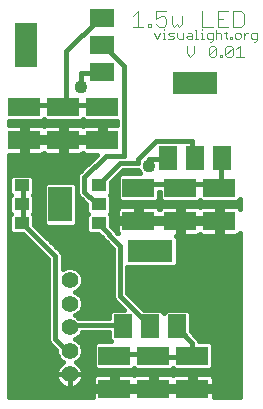
<source format=gtl>
G75*
G70*
%OFA0B0*%
%FSLAX24Y24*%
%IPPOS*%
%LPD*%
%AMOC8*
5,1,8,0,0,1.08239X$1,22.5*
%
%ADD10C,0.0040*%
%ADD11C,0.0030*%
%ADD12R,0.0760X0.1500*%
%ADD13R,0.0790X0.0590*%
%ADD14R,0.1500X0.0760*%
%ADD15R,0.0590X0.0790*%
%ADD16C,0.0555*%
%ADD17R,0.1063X0.0630*%
%ADD18R,0.0512X0.0394*%
%ADD19R,0.0787X0.1181*%
%ADD20C,0.0160*%
%ADD21C,0.0436*%
D10*
X005070Y012700D02*
X005417Y012700D01*
X005586Y012700D02*
X005672Y012700D01*
X005672Y012787D01*
X005586Y012787D01*
X005586Y012700D01*
X005843Y012787D02*
X005930Y012700D01*
X006104Y012700D01*
X006190Y012787D01*
X006190Y012960D01*
X006104Y013047D01*
X006017Y013047D01*
X005843Y012960D01*
X005843Y013220D01*
X006190Y013220D01*
X006359Y013047D02*
X006359Y012787D01*
X006446Y012700D01*
X006533Y012787D01*
X006619Y012700D01*
X006706Y012787D01*
X006706Y013047D01*
X007390Y013220D02*
X007390Y012700D01*
X007737Y012700D01*
X007906Y012700D02*
X008253Y012700D01*
X008422Y012700D02*
X008682Y012700D01*
X008769Y012787D01*
X008769Y013134D01*
X008682Y013220D01*
X008422Y013220D01*
X008422Y012700D01*
X008079Y012960D02*
X007906Y012960D01*
X007906Y013220D02*
X007906Y012700D01*
X007906Y013220D02*
X008253Y013220D01*
X005243Y013220D02*
X005243Y012700D01*
X005070Y013047D02*
X005243Y013220D01*
D11*
X005765Y012488D02*
X005862Y012295D01*
X005958Y012488D01*
X006060Y012488D02*
X006108Y012488D01*
X006108Y012295D01*
X006060Y012295D02*
X006156Y012295D01*
X006256Y012295D02*
X006401Y012295D01*
X006450Y012343D01*
X006401Y012392D01*
X006304Y012392D01*
X006256Y012440D01*
X006304Y012488D01*
X006450Y012488D01*
X006551Y012488D02*
X006551Y012343D01*
X006599Y012295D01*
X006744Y012295D01*
X006744Y012488D01*
X006845Y012343D02*
X006894Y012392D01*
X007039Y012392D01*
X007039Y012440D02*
X007039Y012295D01*
X006894Y012295D01*
X006845Y012343D01*
X006894Y012488D02*
X006991Y012488D01*
X007039Y012440D01*
X007140Y012295D02*
X007237Y012295D01*
X007188Y012295D02*
X007188Y012585D01*
X007140Y012585D01*
X007336Y012488D02*
X007385Y012488D01*
X007385Y012295D01*
X007433Y012295D02*
X007336Y012295D01*
X007533Y012343D02*
X007581Y012295D01*
X007726Y012295D01*
X007726Y012247D02*
X007726Y012488D01*
X007581Y012488D01*
X007533Y012440D01*
X007533Y012343D01*
X007630Y012198D02*
X007678Y012198D01*
X007726Y012247D01*
X007828Y012295D02*
X007828Y012585D01*
X007876Y012488D02*
X007828Y012440D01*
X007876Y012488D02*
X007973Y012488D01*
X008021Y012440D01*
X008021Y012295D01*
X008122Y012488D02*
X008219Y012488D01*
X008171Y012537D02*
X008171Y012343D01*
X008219Y012295D01*
X008319Y012295D02*
X008367Y012295D01*
X008367Y012343D01*
X008319Y012343D01*
X008319Y012295D01*
X008466Y012343D02*
X008514Y012295D01*
X008611Y012295D01*
X008659Y012343D01*
X008659Y012440D01*
X008611Y012488D01*
X008514Y012488D01*
X008466Y012440D01*
X008466Y012343D01*
X008339Y012065D02*
X008401Y012004D01*
X008154Y011757D01*
X008216Y011695D01*
X008339Y011695D01*
X008401Y011757D01*
X008401Y012004D01*
X008339Y012065D02*
X008216Y012065D01*
X008154Y012004D01*
X008154Y011757D01*
X008032Y011757D02*
X008032Y011695D01*
X007970Y011695D01*
X007970Y011757D01*
X008032Y011757D01*
X007849Y011757D02*
X007849Y012004D01*
X007602Y011757D01*
X007663Y011695D01*
X007787Y011695D01*
X007849Y011757D01*
X007849Y012004D02*
X007787Y012065D01*
X007663Y012065D01*
X007602Y012004D01*
X007602Y011757D01*
X007112Y011818D02*
X007112Y012065D01*
X007112Y011818D02*
X006988Y011695D01*
X006865Y011818D01*
X006865Y012065D01*
X007385Y012585D02*
X007385Y012634D01*
X008522Y011942D02*
X008646Y012065D01*
X008646Y011695D01*
X008769Y011695D02*
X008522Y011695D01*
X008761Y012295D02*
X008761Y012488D01*
X008761Y012392D02*
X008857Y012488D01*
X008906Y012488D01*
X009006Y012440D02*
X009006Y012343D01*
X009055Y012295D01*
X009200Y012295D01*
X009200Y012247D02*
X009200Y012488D01*
X009055Y012488D01*
X009006Y012440D01*
X009200Y012247D02*
X009151Y012198D01*
X009103Y012198D01*
X006108Y012585D02*
X006108Y012634D01*
D12*
X001500Y012080D03*
D13*
X004024Y012080D03*
X004024Y011174D03*
X004024Y012986D03*
D14*
X007150Y010830D03*
X005650Y005230D03*
D15*
X005650Y002706D03*
X004744Y002706D03*
X006556Y002706D03*
X006244Y008306D03*
X007150Y008306D03*
X008056Y008306D03*
D16*
X002959Y004255D03*
X002959Y003467D03*
X002959Y002680D03*
X002959Y001893D03*
X002959Y001105D03*
D17*
X004450Y000629D03*
X004450Y001731D03*
X005750Y001731D03*
X005750Y000629D03*
X007050Y000629D03*
X007050Y001731D03*
X006650Y006229D03*
X006650Y007331D03*
X007950Y007331D03*
X007950Y006229D03*
X005250Y006229D03*
X005250Y007331D03*
X004050Y008929D03*
X004050Y010031D03*
X002750Y010031D03*
X002750Y008929D03*
X001450Y008929D03*
X001450Y010031D03*
D18*
X001370Y007410D03*
X001370Y006780D03*
X001370Y006150D03*
X003930Y006150D03*
X003930Y006780D03*
X003930Y007410D03*
D19*
X002650Y006780D03*
D20*
X000930Y008434D02*
X000930Y000360D01*
X003739Y000360D01*
X003739Y000551D01*
X004373Y000551D01*
X004373Y000706D01*
X004373Y001124D01*
X003895Y001124D01*
X003849Y001112D01*
X003808Y001088D01*
X003774Y001054D01*
X003751Y001013D01*
X003739Y000967D01*
X003739Y000706D01*
X004373Y000706D01*
X004527Y000706D01*
X004527Y001124D01*
X005005Y001124D01*
X005051Y001112D01*
X005092Y001088D01*
X005100Y001080D01*
X005108Y001088D01*
X005149Y001112D01*
X005195Y001124D01*
X005673Y001124D01*
X005673Y000706D01*
X005827Y000706D01*
X005827Y001124D01*
X006305Y001124D01*
X006351Y001112D01*
X006392Y001088D01*
X006400Y001080D01*
X006408Y001088D01*
X006449Y001112D01*
X006495Y001124D01*
X006973Y001124D01*
X006973Y000706D01*
X007127Y000706D01*
X007127Y001124D01*
X007605Y001124D01*
X007651Y001112D01*
X007692Y001088D01*
X007726Y001054D01*
X007749Y001013D01*
X007761Y000967D01*
X007761Y000706D01*
X007127Y000706D01*
X007127Y000551D01*
X007761Y000551D01*
X007761Y000360D01*
X008640Y000360D01*
X008640Y005829D01*
X008626Y005803D01*
X008592Y005770D01*
X008551Y005746D01*
X008505Y005734D01*
X008027Y005734D01*
X008027Y006151D01*
X007873Y006151D01*
X007873Y005734D01*
X007395Y005734D01*
X007349Y005746D01*
X007308Y005770D01*
X007300Y005778D01*
X007292Y005770D01*
X007251Y005746D01*
X007205Y005734D01*
X006727Y005734D01*
X006727Y006151D01*
X006573Y006151D01*
X006573Y005734D01*
X006502Y005734D01*
X006560Y005676D01*
X006560Y004784D01*
X006466Y004690D01*
X004890Y004690D01*
X004890Y003819D01*
X005448Y003261D01*
X006011Y003261D01*
X006103Y003170D01*
X006194Y003261D01*
X006917Y003261D01*
X007011Y003168D01*
X007011Y002539D01*
X007186Y002363D01*
X007253Y002296D01*
X007290Y002208D01*
X007290Y002206D01*
X007648Y002206D01*
X007741Y002112D01*
X007741Y001350D01*
X007648Y001256D01*
X006452Y001256D01*
X006400Y001308D01*
X006348Y001256D01*
X005152Y001256D01*
X005100Y001308D01*
X005048Y001256D01*
X003852Y001256D01*
X003759Y001350D01*
X003759Y002112D01*
X003852Y002206D01*
X004328Y002206D01*
X004289Y002245D01*
X004289Y002520D01*
X003366Y002520D01*
X003330Y002432D01*
X003206Y002309D01*
X003151Y002286D01*
X003206Y002263D01*
X003330Y002140D01*
X003396Y001980D01*
X003396Y001806D01*
X003330Y001645D01*
X003206Y001522D01*
X003175Y001509D01*
X003198Y001496D01*
X003257Y001454D01*
X003308Y001403D01*
X003350Y001345D01*
X003383Y001281D01*
X003405Y001212D01*
X003416Y001141D01*
X003416Y001105D01*
X002959Y001105D01*
X002959Y001105D01*
X002959Y000648D01*
X002995Y000648D01*
X003066Y000659D01*
X003134Y000681D01*
X003198Y000714D01*
X003257Y000756D01*
X003308Y000807D01*
X003350Y000865D01*
X003383Y000930D01*
X003405Y000998D01*
X003416Y001069D01*
X003416Y001105D01*
X002959Y001105D01*
X002959Y001105D01*
X002959Y000648D01*
X002923Y000648D01*
X002852Y000659D01*
X002783Y000681D01*
X002719Y000714D01*
X002661Y000756D01*
X002610Y000807D01*
X002567Y000865D01*
X002535Y000930D01*
X002512Y000998D01*
X002501Y001069D01*
X002501Y001105D01*
X002959Y001105D01*
X002959Y001105D01*
X002501Y001105D01*
X002501Y001141D01*
X002512Y001212D01*
X002535Y001281D01*
X002567Y001345D01*
X002610Y001403D01*
X002661Y001454D01*
X002719Y001496D01*
X002743Y001509D01*
X002711Y001522D01*
X002588Y001645D01*
X002521Y001806D01*
X002521Y001909D01*
X002287Y002144D01*
X002250Y002232D01*
X002250Y004941D01*
X001397Y005793D01*
X001048Y005793D01*
X000955Y005887D01*
X000955Y006413D01*
X001006Y006465D01*
X000955Y006517D01*
X000955Y007043D01*
X001006Y007095D01*
X000955Y007147D01*
X000955Y007673D01*
X001048Y007767D01*
X001693Y007767D01*
X001786Y007673D01*
X001786Y007147D01*
X001735Y007095D01*
X001786Y007043D01*
X001786Y006517D01*
X001735Y006465D01*
X001786Y006413D01*
X001786Y006083D01*
X002626Y005243D01*
X002693Y005176D01*
X002730Y005088D01*
X002730Y004634D01*
X002872Y004692D01*
X003046Y004692D01*
X003206Y004626D01*
X003330Y004503D01*
X003396Y004342D01*
X003396Y004168D01*
X003330Y004007D01*
X003206Y003884D01*
X003151Y003861D01*
X003206Y003838D01*
X003330Y003715D01*
X003396Y003554D01*
X003396Y003380D01*
X003330Y003220D01*
X003206Y003097D01*
X003151Y003074D01*
X003206Y003051D01*
X003257Y003000D01*
X004289Y003000D01*
X004289Y003168D01*
X004383Y003261D01*
X004769Y003261D01*
X004447Y003584D01*
X004410Y003672D01*
X004410Y005301D01*
X003917Y005793D01*
X003607Y005793D01*
X003514Y005887D01*
X003514Y006413D01*
X003565Y006465D01*
X003514Y006517D01*
X003514Y006797D01*
X003314Y006997D01*
X003247Y007064D01*
X003210Y007152D01*
X003210Y007728D01*
X003247Y007816D01*
X003864Y008434D01*
X003495Y008434D01*
X003449Y008446D01*
X003408Y008470D01*
X003400Y008478D01*
X003392Y008470D01*
X003351Y008446D01*
X003305Y008434D01*
X002827Y008434D01*
X002827Y008851D01*
X002673Y008851D01*
X002673Y008434D01*
X002195Y008434D01*
X002149Y008446D01*
X002108Y008470D01*
X002100Y008478D01*
X002092Y008470D01*
X002051Y008446D01*
X002005Y008434D01*
X001527Y008434D01*
X001527Y008851D01*
X001373Y008851D01*
X001373Y008434D01*
X000930Y008434D01*
X000930Y008372D02*
X003802Y008372D01*
X003644Y008213D02*
X000930Y008213D01*
X000930Y008055D02*
X003485Y008055D01*
X003327Y007896D02*
X000930Y007896D01*
X000930Y007738D02*
X001019Y007738D01*
X000955Y007579D02*
X000930Y007579D01*
X000930Y007421D02*
X000955Y007421D01*
X000955Y007262D02*
X000930Y007262D01*
X000930Y007104D02*
X000998Y007104D01*
X000955Y006945D02*
X000930Y006945D01*
X000930Y006787D02*
X000955Y006787D01*
X000955Y006628D02*
X000930Y006628D01*
X000930Y006470D02*
X001002Y006470D01*
X000955Y006311D02*
X000930Y006311D01*
X000930Y006153D02*
X000955Y006153D01*
X000955Y005994D02*
X000930Y005994D01*
X000930Y005836D02*
X001006Y005836D01*
X000930Y005677D02*
X001514Y005677D01*
X001672Y005519D02*
X000930Y005519D01*
X000930Y005360D02*
X001831Y005360D01*
X001989Y005202D02*
X000930Y005202D01*
X000930Y005043D02*
X002148Y005043D01*
X002250Y004885D02*
X000930Y004885D01*
X000930Y004726D02*
X002250Y004726D01*
X002250Y004568D02*
X000930Y004568D01*
X000930Y004409D02*
X002250Y004409D01*
X002250Y004251D02*
X000930Y004251D01*
X000930Y004092D02*
X002250Y004092D01*
X002250Y003934D02*
X000930Y003934D01*
X000930Y003775D02*
X002250Y003775D01*
X002250Y003617D02*
X000930Y003617D01*
X000930Y003458D02*
X002250Y003458D01*
X002250Y003300D02*
X000930Y003300D01*
X000930Y003141D02*
X002250Y003141D01*
X002250Y002983D02*
X000930Y002983D01*
X000930Y002824D02*
X002250Y002824D01*
X002250Y002666D02*
X000930Y002666D01*
X000930Y002507D02*
X002250Y002507D01*
X002250Y002349D02*
X000930Y002349D01*
X000930Y002190D02*
X002267Y002190D01*
X002399Y002032D02*
X000930Y002032D01*
X000930Y001873D02*
X002521Y001873D01*
X002559Y001715D02*
X000930Y001715D01*
X000930Y001556D02*
X002677Y001556D01*
X002606Y001398D02*
X000930Y001398D01*
X000930Y001239D02*
X002521Y001239D01*
X002501Y001081D02*
X000930Y001081D01*
X000930Y000922D02*
X002539Y000922D01*
X002653Y000764D02*
X000930Y000764D01*
X000930Y000605D02*
X004373Y000605D01*
X004373Y000764D02*
X004527Y000764D01*
X004527Y000706D02*
X005039Y000706D01*
X005673Y000706D01*
X005673Y000551D01*
X004527Y000551D01*
X004527Y000706D01*
X004527Y000605D02*
X005673Y000605D01*
X005673Y000764D02*
X005827Y000764D01*
X005827Y000706D02*
X006461Y000706D01*
X006973Y000706D01*
X006973Y000551D01*
X005827Y000551D01*
X005827Y000706D01*
X005827Y000605D02*
X006973Y000605D01*
X007127Y000605D02*
X008640Y000605D01*
X008640Y000447D02*
X007761Y000447D01*
X007761Y000764D02*
X008640Y000764D01*
X008640Y000922D02*
X007761Y000922D01*
X007699Y001081D02*
X008640Y001081D01*
X008640Y001239D02*
X003396Y001239D01*
X003312Y001398D02*
X003759Y001398D01*
X003759Y001556D02*
X003241Y001556D01*
X003358Y001715D02*
X003759Y001715D01*
X003759Y001873D02*
X003396Y001873D01*
X003375Y002032D02*
X003759Y002032D01*
X003836Y002190D02*
X003280Y002190D01*
X003246Y002349D02*
X004289Y002349D01*
X004289Y002507D02*
X003361Y002507D01*
X003251Y003141D02*
X004289Y003141D01*
X004573Y003458D02*
X003396Y003458D01*
X003370Y003617D02*
X004433Y003617D01*
X004410Y003775D02*
X003270Y003775D01*
X003256Y003934D02*
X004410Y003934D01*
X004410Y004092D02*
X003365Y004092D01*
X003396Y004251D02*
X004410Y004251D01*
X004410Y004409D02*
X003368Y004409D01*
X003265Y004568D02*
X004410Y004568D01*
X004410Y004726D02*
X002730Y004726D01*
X002730Y004885D02*
X004410Y004885D01*
X004410Y005043D02*
X002730Y005043D01*
X002668Y005202D02*
X004410Y005202D01*
X004351Y005360D02*
X002509Y005360D01*
X002351Y005519D02*
X004192Y005519D01*
X004034Y005677D02*
X002192Y005677D01*
X002034Y005836D02*
X003565Y005836D01*
X003514Y005994D02*
X001875Y005994D01*
X001786Y006153D02*
X002096Y006153D01*
X002096Y006123D02*
X002190Y006029D01*
X003110Y006029D01*
X003204Y006123D01*
X003204Y007437D01*
X003110Y007531D01*
X002190Y007531D01*
X002096Y007437D01*
X002096Y006123D01*
X002096Y006311D02*
X001786Y006311D01*
X001739Y006470D02*
X002096Y006470D01*
X002096Y006628D02*
X001786Y006628D01*
X001786Y006787D02*
X002096Y006787D01*
X002096Y006945D02*
X001786Y006945D01*
X001743Y007104D02*
X002096Y007104D01*
X002096Y007262D02*
X001786Y007262D01*
X001786Y007421D02*
X002096Y007421D01*
X001786Y007579D02*
X003210Y007579D01*
X003214Y007738D02*
X001722Y007738D01*
X001370Y007410D02*
X001410Y007320D01*
X001410Y006840D01*
X001370Y006780D01*
X001410Y006720D01*
X001410Y006240D01*
X001370Y006150D01*
X001410Y006120D01*
X002490Y005040D01*
X002490Y002280D01*
X002850Y001920D01*
X002959Y001893D01*
X002959Y002680D02*
X002970Y002760D01*
X004650Y002760D01*
X004744Y002706D01*
X004731Y003300D02*
X003363Y003300D01*
X004530Y001800D02*
X004450Y001731D01*
X004530Y001800D02*
X005730Y001800D01*
X005750Y001731D01*
X005850Y001680D01*
X007050Y001680D01*
X007050Y001731D01*
X007050Y002160D01*
X006570Y002640D01*
X006556Y002706D01*
X007011Y002666D02*
X008640Y002666D01*
X008640Y002824D02*
X007011Y002824D01*
X007011Y002983D02*
X008640Y002983D01*
X008640Y003141D02*
X007011Y003141D01*
X007042Y002507D02*
X008640Y002507D01*
X008640Y002349D02*
X007201Y002349D01*
X007664Y002190D02*
X008640Y002190D01*
X008640Y002032D02*
X007741Y002032D01*
X007741Y001873D02*
X008640Y001873D01*
X008640Y001715D02*
X007741Y001715D01*
X007741Y001556D02*
X008640Y001556D01*
X008640Y001398D02*
X007741Y001398D01*
X007127Y001081D02*
X006973Y001081D01*
X006973Y000922D02*
X007127Y000922D01*
X007127Y000764D02*
X006973Y000764D01*
X006401Y001081D02*
X006399Y001081D01*
X005827Y001081D02*
X005673Y001081D01*
X005673Y000922D02*
X005827Y000922D01*
X005101Y001081D02*
X005099Y001081D01*
X004527Y001081D02*
X004373Y001081D01*
X004373Y000922D02*
X004527Y000922D01*
X003801Y001081D02*
X003416Y001081D01*
X003379Y000922D02*
X003739Y000922D01*
X003739Y000764D02*
X003264Y000764D01*
X002959Y000764D02*
X002959Y000764D01*
X002959Y000922D02*
X002959Y000922D01*
X002959Y001081D02*
X002959Y001081D01*
X003739Y000447D02*
X000930Y000447D01*
X004559Y005831D02*
X004345Y006044D01*
X004345Y006413D01*
X004294Y006465D01*
X004345Y006517D01*
X004345Y007043D01*
X004294Y007095D01*
X004345Y007147D01*
X004345Y007516D01*
X004749Y007920D01*
X005250Y007920D01*
X005289Y007826D01*
X005309Y007806D01*
X004652Y007806D01*
X004559Y007712D01*
X004559Y006950D01*
X004652Y006856D01*
X005848Y006856D01*
X005941Y006950D01*
X005941Y007200D01*
X005959Y007200D01*
X005959Y006950D01*
X006052Y006856D01*
X007248Y006856D01*
X007300Y006908D01*
X007352Y006856D01*
X008548Y006856D01*
X008640Y006949D01*
X008640Y006629D01*
X008626Y006654D01*
X008592Y006688D01*
X008551Y006712D01*
X008505Y006724D01*
X008027Y006724D01*
X008027Y006306D01*
X007873Y006306D01*
X007873Y006724D01*
X007395Y006724D01*
X007349Y006712D01*
X007308Y006688D01*
X007300Y006680D01*
X007292Y006688D01*
X007251Y006712D01*
X007205Y006724D01*
X006727Y006724D01*
X006727Y006306D01*
X006573Y006306D01*
X006573Y006724D01*
X006095Y006724D01*
X006049Y006712D01*
X006008Y006688D01*
X005974Y006654D01*
X005951Y006613D01*
X005950Y006610D01*
X005949Y006613D01*
X005926Y006654D01*
X005892Y006688D01*
X005851Y006712D01*
X005805Y006724D01*
X005327Y006724D01*
X005327Y006306D01*
X005173Y006306D01*
X005173Y006724D01*
X004695Y006724D01*
X004649Y006712D01*
X004608Y006688D01*
X004574Y006654D01*
X004551Y006613D01*
X004539Y006567D01*
X004539Y006306D01*
X005173Y006306D01*
X005173Y006151D01*
X004539Y006151D01*
X004539Y005890D01*
X004551Y005844D01*
X004559Y005831D01*
X004556Y005836D02*
X004554Y005836D01*
X004539Y005994D02*
X004395Y005994D01*
X004345Y006153D02*
X005173Y006153D01*
X005327Y006153D02*
X006573Y006153D01*
X006573Y006151D02*
X005327Y006151D01*
X005327Y006306D01*
X005961Y006306D01*
X006573Y006306D01*
X006573Y006151D01*
X006573Y005994D02*
X006727Y005994D01*
X006727Y006151D02*
X006727Y006306D01*
X007239Y006306D01*
X007873Y006306D01*
X007873Y006151D01*
X006727Y006151D01*
X006727Y006153D02*
X007873Y006153D01*
X007873Y006311D02*
X008027Y006311D01*
X008027Y006470D02*
X007873Y006470D01*
X007873Y006628D02*
X008027Y006628D01*
X008027Y005994D02*
X007873Y005994D01*
X007873Y005836D02*
X008027Y005836D01*
X008640Y005677D02*
X006559Y005677D01*
X006560Y005519D02*
X008640Y005519D01*
X008640Y005360D02*
X006560Y005360D01*
X006560Y005202D02*
X008640Y005202D01*
X008640Y005043D02*
X006560Y005043D01*
X006560Y004885D02*
X008640Y004885D01*
X008640Y004726D02*
X006502Y004726D01*
X006573Y005836D02*
X006727Y005836D01*
X006727Y006311D02*
X006573Y006311D01*
X006573Y006470D02*
X006727Y006470D01*
X006727Y006628D02*
X006573Y006628D01*
X006650Y007331D02*
X006690Y007440D01*
X007890Y007440D01*
X007950Y007331D01*
X008010Y007440D01*
X008010Y008280D01*
X008056Y008306D01*
X007150Y008306D02*
X007050Y008400D01*
X007050Y008880D01*
X005850Y008880D01*
X005250Y008280D01*
X005250Y008160D01*
X004650Y008160D01*
X003930Y007440D01*
X003930Y007410D01*
X004302Y007104D02*
X004559Y007104D01*
X004559Y007262D02*
X004345Y007262D01*
X004345Y007421D02*
X004559Y007421D01*
X004559Y007579D02*
X004408Y007579D01*
X004567Y007738D02*
X004584Y007738D01*
X004725Y007896D02*
X005260Y007896D01*
X005250Y007440D02*
X005250Y007331D01*
X005250Y007440D02*
X006570Y007440D01*
X006650Y007331D01*
X006210Y008280D02*
X006244Y008306D01*
X006210Y008280D02*
X005610Y008280D01*
X005610Y008040D01*
X005941Y007104D02*
X005959Y007104D01*
X005963Y006945D02*
X005937Y006945D01*
X005941Y006628D02*
X005959Y006628D01*
X005327Y006628D02*
X005173Y006628D01*
X005173Y006470D02*
X005327Y006470D01*
X005327Y006311D02*
X005173Y006311D01*
X004650Y005400D02*
X004650Y003720D01*
X005610Y002760D01*
X005650Y002706D01*
X005410Y003300D02*
X008640Y003300D01*
X008640Y003458D02*
X005251Y003458D01*
X005093Y003617D02*
X008640Y003617D01*
X008640Y003775D02*
X004934Y003775D01*
X004890Y003934D02*
X008640Y003934D01*
X008640Y004092D02*
X004890Y004092D01*
X004890Y004251D02*
X008640Y004251D01*
X008640Y004409D02*
X004890Y004409D01*
X004890Y004568D02*
X008640Y004568D01*
X008640Y006787D02*
X004345Y006787D01*
X004345Y006945D02*
X004563Y006945D01*
X004559Y006628D02*
X004345Y006628D01*
X004298Y006470D02*
X004539Y006470D01*
X004539Y006311D02*
X004345Y006311D01*
X003930Y006150D02*
X003930Y006120D01*
X004650Y005400D01*
X003930Y006780D02*
X003810Y006840D01*
X003450Y007200D01*
X003450Y007680D01*
X004170Y008400D01*
X004770Y008400D01*
X004770Y011400D01*
X004050Y012120D01*
X004024Y012080D01*
X004024Y011174D02*
X003930Y011160D01*
X003330Y011160D01*
X003330Y010680D01*
X002850Y010080D02*
X002750Y010031D01*
X002730Y010080D01*
X001530Y010080D01*
X001450Y010031D01*
X001373Y009424D02*
X000930Y009424D01*
X000930Y009556D01*
X002048Y009556D01*
X002100Y009608D01*
X002152Y009556D01*
X003348Y009556D01*
X003400Y009608D01*
X003452Y009556D01*
X004530Y009556D01*
X004530Y009424D01*
X004127Y009424D01*
X004127Y009006D01*
X003973Y009006D01*
X003973Y009424D01*
X003495Y009424D01*
X003449Y009412D01*
X003408Y009388D01*
X003400Y009380D01*
X003392Y009388D01*
X003351Y009412D01*
X003305Y009424D01*
X002827Y009424D01*
X002827Y009006D01*
X002673Y009006D01*
X002673Y009424D01*
X002195Y009424D01*
X002149Y009412D01*
X002108Y009388D01*
X002100Y009380D01*
X002092Y009388D01*
X002051Y009412D01*
X002005Y009424D01*
X001527Y009424D01*
X001527Y009006D01*
X001373Y009006D01*
X001373Y009424D01*
X001373Y009323D02*
X001527Y009323D01*
X001527Y009164D02*
X001373Y009164D01*
X001527Y009006D02*
X002161Y009006D01*
X002673Y009006D01*
X002673Y008851D01*
X001527Y008851D01*
X001527Y009006D01*
X002673Y009006D01*
X002673Y009164D02*
X002827Y009164D01*
X002827Y009006D02*
X003339Y009006D01*
X003973Y009006D01*
X003973Y008851D01*
X002827Y008851D01*
X002827Y009006D01*
X003973Y009006D01*
X003973Y009164D02*
X004127Y009164D01*
X004127Y009323D02*
X003973Y009323D01*
X004050Y010031D02*
X004050Y010080D01*
X002850Y010080D01*
X002850Y011880D01*
X003930Y012960D01*
X004024Y012986D01*
X004530Y009481D02*
X000930Y009481D01*
X001373Y008847D02*
X001527Y008847D01*
X001527Y008689D02*
X001373Y008689D01*
X001373Y008530D02*
X001527Y008530D01*
X002673Y008530D02*
X002827Y008530D01*
X002827Y008689D02*
X002673Y008689D01*
X002673Y008847D02*
X002827Y008847D01*
X002827Y009323D02*
X002673Y009323D01*
X003204Y007421D02*
X003210Y007421D01*
X003204Y007262D02*
X003210Y007262D01*
X003204Y007104D02*
X003230Y007104D01*
X003204Y006945D02*
X003366Y006945D01*
X003514Y006787D02*
X003204Y006787D01*
X003204Y006628D02*
X003514Y006628D01*
X003561Y006470D02*
X003204Y006470D01*
X003204Y006311D02*
X003514Y006311D01*
X003514Y006153D02*
X003204Y006153D01*
X008637Y006945D02*
X008640Y006945D01*
D21*
X005610Y008040D03*
X003330Y010680D03*
M02*

</source>
